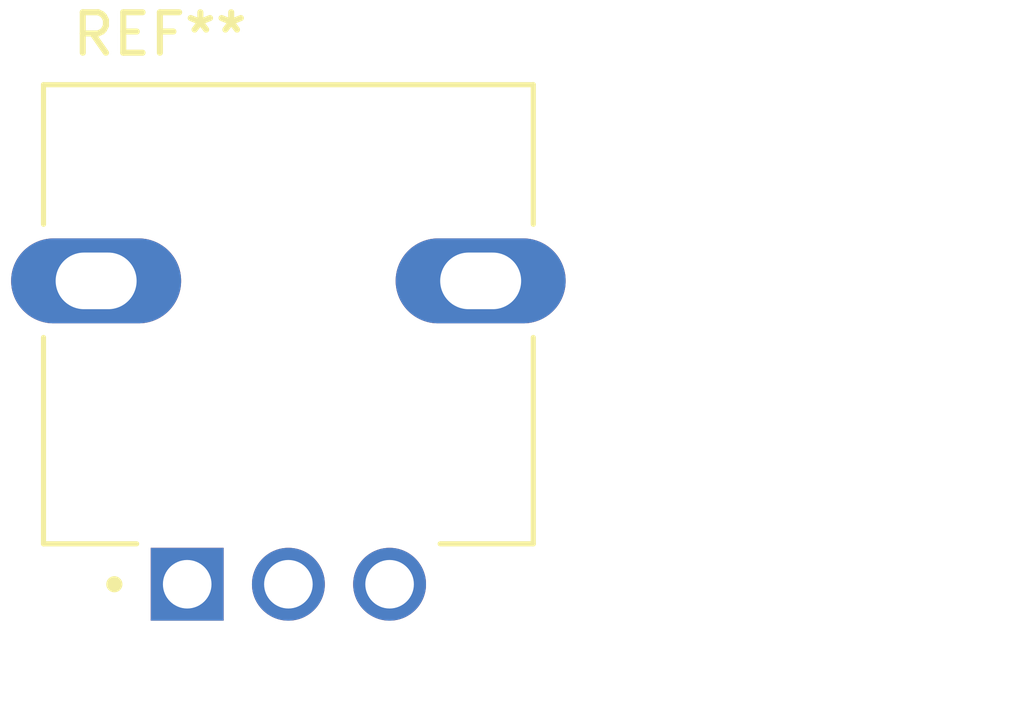
<source format=kicad_pcb>
(kicad_pcb (version 20221018) (generator pcbnew)
  (layers (0 "F.Cu" signal) (31 "B.Cu" signal) (34 "B.Paste" user) (35 "F.Paste" user) (36 "B.SilkS" user "B.Silkscreen") (37 "F.SilkS" user "F.Silkscreen") (38 "B.Mask" user) (39 "F.Mask" user) (44 "Edge.Cuts" user))
  (net 0 "")
  (footprint "P0915N-FC15BR100K:TRIM_P0915N-FC15BR100K" (layer "F.Cu") (at 45.72 68.58)
    (fp_text reference "REF**" (at -3.175 -6.096) (layer "F.SilkS"))
    (fp_text value "TRIM_P0915N-FC15BR100K")
    (fp_line (start -6.05 -4.85) (end 6.05 -4.85) (stroke (width 0.127)) (layer "F.SilkS"))
    (fp_line (start -6.05 -1.4) (end -6.05 -4.85) (stroke (width 0.127)) (layer "F.SilkS"))
    (fp_line (start -6.05 6.5) (end -6.05 1.4) (stroke (width 0.127)) (layer "F.SilkS"))
    (fp_line (start -3.75 6.5) (end -6.05 6.5) (stroke (width 0.127)) (layer "F.SilkS"))
    (fp_line (start 6.05 -4.85) (end 6.05 -1.4) (stroke (width 0.127)) (layer "F.SilkS"))
    (fp_line (start 6.05 1.4) (end 6.05 6.5) (stroke (width 0.127)) (layer "F.SilkS"))
    (fp_line (start 6.05 6.5) (end 3.75 6.5) (stroke (width 0.127)) (layer "F.SilkS"))
    (fp_circle (center -4.3 7.5) (end -4.2 7.5) (stroke (width 0.2)) (fill none) (layer "F.SilkS"))
    (pad "1" thru_hole rect (at -2.5 7.5) (size 1.8 1.8) (drill 1.2) (layers "*.Cu" "*.Mask"))
    (pad "2" thru_hole circle (at 0 7.5) (size 1.8 1.8) (drill 1.2) (layers "*.Cu" "*.Mask"))
    (pad "3" thru_hole circle (at 2.5 7.5) (size 1.8 1.8) (drill 1.2) (layers "*.Cu" "*.Mask"))
    (pad "S1" thru_hole oval (at -4.75 0) (size 4.2 2.1) (drill oval 2 1.4) (layers "*.Cu" "*.Mask"))
    (pad "S2" thru_hole oval (at 4.75 0) (size 4.2 2.1) (drill oval 2 1.4) (layers "*.Cu" "*.Mask"))
  )
)
</source>
